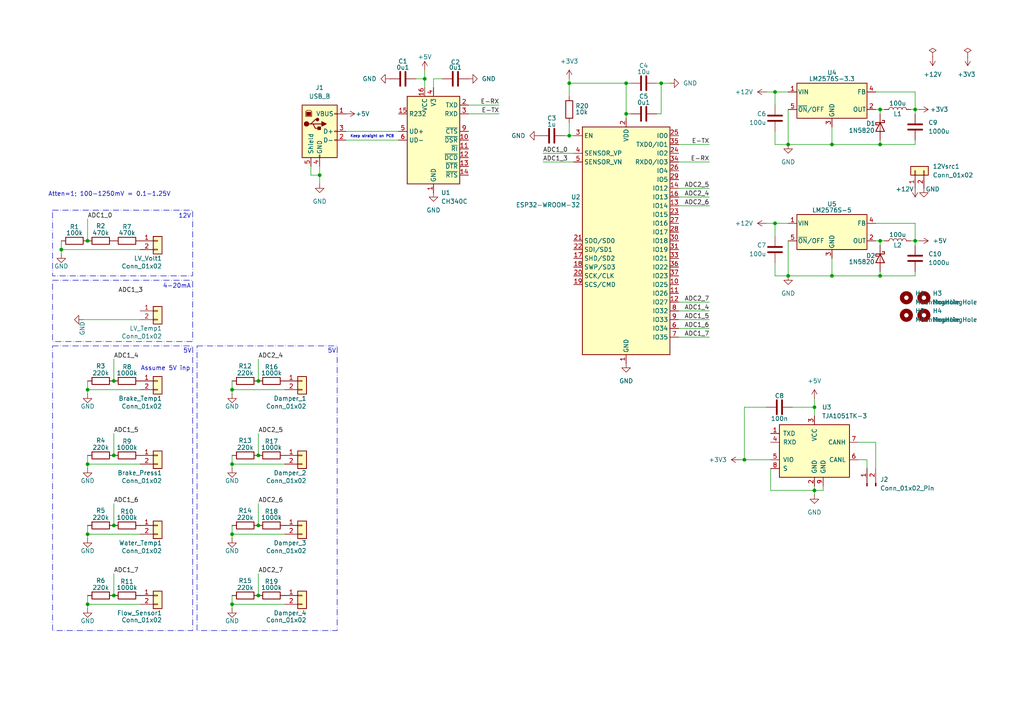
<source format=kicad_sch>
(kicad_sch (version 20231120) (generator "eeschema") (generator_version "8.0")
  (paper "A4")
  (title_block (title "FS-SensorBoard") (date "2025-02-15") (rev "1.0"))
  (lib_symbols
    (symbol "Connector:Conn_01x02_Pin" (pin_names (offset 1.016) hide)
      (property "Reference" "J" (at 0 2.54 0))
      (property "Value" "Conn_01x02_Pin" (at 0 -5.08 0))
      (symbol "Conn_01x02_Pin_1_1"
        (polyline (pts (xy 1.27 -2.54) (xy 0.8636 -2.54)) (stroke (width 0.1524)))
        (polyline (pts (xy 1.27 0) (xy 0.8636 0)) (stroke (width 0.1524)))
        (rectangle (start 0.8636 -2.413) (end 0 -2.667) (stroke (width 0.1524)) (fill (type outline)))
        (rectangle (start 0.8636 0.127) (end 0 -0.127) (stroke (width 0.1524)) (fill (type outline)))
        (pin passive line (at 5.08 0 180) (length 3.81) (name "Pin_1") (number "1"))
        (pin passive line (at 5.08 -2.54 180) (length 3.81) (name "Pin_2") (number "2"))
      )
    )
    (symbol "Connector:USB_B" (pin_names (offset 1.016))
      (property "Reference" "J" (at -5.08 11.43 0))
      (property "Value" "USB_B" (at -5.08 8.89 0))
      (symbol "USB_B_0_1"
        (rectangle (start -5.08 -7.62) (end 5.08 7.62) (stroke (width 0.254)) (fill (type background)))
        (circle (center -3.81 2.159) (radius 0.635) (stroke (width 0.254)) (fill (type outline)))
        (rectangle (start -3.81 5.588) (end -2.54 4.572) (fill (type outline)))
        (circle (center -0.635 3.429) (radius 0.381) (stroke (width 0.254)) (fill (type outline)))
        (rectangle (start -0.127 -7.62) (end 0.127 -6.858))
        (polyline (pts (xy -1.905 2.159) (xy 0.635 2.159)) (stroke (width 0.254)))
        (polyline (pts (xy -3.175 2.159) (xy -2.54 2.159) (xy -1.27 3.429) (xy -0.635 3.429)) (stroke (width 0.254)))
        (polyline (pts (xy -2.54 2.159) (xy -1.905 2.159) (xy -1.27 0.889) (xy 0 0.889)) (stroke (width 0.254)))
        (polyline (pts (xy 0.635 2.794) (xy 0.635 1.524) (xy 1.905 2.159) (xy 0.635 2.794)) (stroke (width 0.254)) (fill (type outline)))
        (polyline (pts (xy -4.064 4.318) (xy -2.286 4.318) (xy -2.286 5.715) (xy -2.667 6.096) (xy -3.683 6.096) (xy -4.064 5.715) (xy -4.064 4.318)))
        (rectangle (start 0.254 1.27) (end -0.508 0.508) (stroke (width 0.254)) (fill (type outline)))
        (rectangle (start 5.08 -2.667) (end 4.318 -2.413))
        (rectangle (start 5.08 -0.127) (end 4.318 0.127))
        (rectangle (start 5.08 4.953) (end 4.318 5.207))
      )
      (symbol "USB_B_1_1"
        (pin power_out line (at 7.62 5.08 180) (length 2.54) (name "VBUS") (number "1"))
        (pin bidirectional line (at 7.62 -2.54 180) (length 2.54) (name "D-") (number "2"))
        (pin bidirectional line (at 7.62 0 180) (length 2.54) (name "D+") (number "3"))
        (pin power_out line (at 0 -10.16 90) (length 2.54) (name "GND") (number "4"))
        (pin passive line (at -2.54 -10.16 90) (length 2.54) (name "Shield") (number "5"))
      )
    )
    (symbol "Connector_Generic:Conn_01x02" (pin_names (offset 1.016) hide)
      (property "Reference" "J" (at 0 2.54 0))
      (property "Value" "Conn_01x02" (at 0 -5.08 0))
      (symbol "Conn_01x02_1_1"
        (rectangle (start -1.27 -2.413) (end 0 -2.667) (stroke (width 0.1524)))
        (rectangle (start -1.27 0.127) (end 0 -0.127) (stroke (width 0.1524)))
        (rectangle (start -1.27 1.27) (end 1.27 -3.81) (stroke (width 0.254)) (fill (type background)))
        (pin passive line (at -5.08 0 0) (length 3.81) (name "Pin_1") (number "1"))
        (pin passive line (at -5.08 -2.54 0) (length 3.81) (name "Pin_2") (number "2"))
      )
    )
    (symbol "Device:C" (pin_numbers hide) (pin_names (offset 0.254))
      (property "Reference" "C" (at 0.635 2.54 0))
      (property "Value" "C" (at 0.635 -2.54 0))
      (symbol "C_0_1"
        (polyline (pts (xy -2.032 -0.762) (xy 2.032 -0.762)) (stroke (width 0.508)))
        (polyline (pts (xy -2.032 0.762) (xy 2.032 0.762)) (stroke (width 0.508)))
      )
      (symbol "C_1_1"
        (pin passive line (at 0 3.81 270) (length 2.794) (name "~") (number "1"))
        (pin passive line (at 0 -3.81 90) (length 2.794) (name "~") (number "2"))
      )
    )
    (symbol "Device:L" (pin_numbers hide) (pin_names (offset 1.016) hide)
      (property "Reference" "L" (at -1.27 0 90))
      (property "Value" "L" (at 1.905 0 90))
      (symbol "L_0_1"
        (arc (start 0 -2.54) (mid 0.6323 -1.905) (end 0 -1.27))
        (arc (start 0 -1.27) (mid 0.6323 -0.635) (end 0 0))
        (arc (start 0 0) (mid 0.6323 0.635) (end 0 1.27))
        (arc (start 0 1.27) (mid 0.6323 1.905) (end 0 2.54))
      )
      (symbol "L_1_1"
        (pin passive line (at 0 3.81 270) (length 1.27) (name "1") (number "1"))
        (pin passive line (at 0 -3.81 90) (length 1.27) (name "2") (number "2"))
      )
    )
    (symbol "Device:R" (pin_numbers hide) (pin_names (offset 0))
      (property "Reference" "R" (at 2.032 0 90))
      (property "Value" "R" (at 0 0 90))
      (symbol "R_0_1"
        (rectangle (start -1.016 -2.54) (end 1.016 2.54) (stroke (width 0.254)))
      )
      (symbol "R_1_1"
        (pin passive line (at 0 3.81 270) (length 1.27) (name "~") (number "1"))
        (pin passive line (at 0 -3.81 90) (length 1.27) (name "~") (number "2"))
      )
    )
    (symbol "Diode:1N5820" (pin_numbers hide) (pin_names (offset 1.016) hide)
      (property "Reference" "D" (at 0 2.54 0))
      (property "Value" "1N5820" (at 0 -2.54 0))
      (symbol "1N5820_0_1"
        (polyline (pts (xy 1.27 0) (xy -1.27 0)))
        (polyline (pts (xy 1.27 1.27) (xy 1.27 -1.27) (xy -1.27 0) (xy 1.27 1.27)) (stroke (width 0.254)))
        (polyline (pts (xy -1.905 0.635) (xy -1.905 1.27) (xy -1.27 1.27) (xy -1.27 -1.27) (xy -0.635 -1.27) (xy -0.635 -0.635)) (stroke (width 0.254)))
      )
      (symbol "1N5820_1_1"
        (pin passive line (at -3.81 0 0) (length 2.54) (name "K") (number "1"))
        (pin passive line (at 3.81 0 180) (length 2.54) (name "A") (number "2"))
      )
    )
    (symbol "Interface_CAN_LIN:TJA1051TK-3" (pin_names (offset 1.016))
      (property "Reference" "U" (at -10.16 8.89 0))
      (property "Value" "TJA1051TK-3" (at 1.27 8.89 0))
      (symbol "TJA1051TK-3_0_1"
        (rectangle (start -10.16 7.62) (end 10.16 -7.62) (stroke (width 0.254)) (fill (type background)))
      )
      (symbol "TJA1051TK-3_1_1"
        (pin input line (at -12.7 5.08 0) (length 2.54) (name "TXD") (number "1"))
        (pin power_in line (at 0 -10.16 90) (length 2.54) (name "GND") (number "2"))
        (pin power_in line (at 0 10.16 270) (length 2.54) (name "VCC") (number "3"))
        (pin output line (at -12.7 2.54 0) (length 2.54) (name "RXD") (number "4"))
        (pin power_in line (at -12.7 -2.54 0) (length 2.54) (name "VIO") (number "5"))
        (pin bidirectional line (at 12.7 -2.54 180) (length 2.54) (name "CANL") (number "6"))
        (pin bidirectional line (at 12.7 2.54 180) (length 2.54) (name "CANH") (number "7"))
        (pin input line (at -12.7 -5.08 0) (length 2.54) (name "S") (number "8"))
        (pin power_in line (at 2.54 -10.16 90) (length 2.54) (name "GND") (number "9"))
      )
    )
    (symbol "Interface_USB:CH340C"
      (property "Reference" "U" (at -5.08 13.97 0))
      (property "Value" "CH340C" (at 1.27 13.97 0))
      (symbol "CH340C_0_1"
        (rectangle (start -7.62 12.7) (end 7.62 -12.7) (stroke (width 0.254)) (fill (type background)))
      )
      (symbol "CH340C_1_1"
        (pin power_in line (at 0 -15.24 90) (length 2.54) (name "GND") (number "1"))
        (pin input line (at 10.16 0 180) (length 2.54) (name "~{DSR}") (number "10"))
        (pin input line (at 10.16 -2.54 180) (length 2.54) (name "~{RI}") (number "11"))
        (pin input line (at 10.16 -5.08 180) (length 2.54) (name "~{DCD}") (number "12"))
        (pin output line (at 10.16 -7.62 180) (length 2.54) (name "~{DTR}") (number "13"))
        (pin output line (at 10.16 -10.16 180) (length 2.54) (name "~{RTS}") (number "14"))
        (pin input line (at -10.16 7.62 0) (length 2.54) (name "R232") (number "15"))
        (pin power_in line (at -2.54 15.24 270) (length 2.54) (name "VCC") (number "16"))
        (pin output line (at 10.16 10.16 180) (length 2.54) (name "TXD") (number "2"))
        (pin input line (at 10.16 7.62 180) (length 2.54) (name "RXD") (number "3"))
        (pin power_out line (at 0 15.24 270) (length 2.54) (name "V3") (number "4"))
        (pin bidirectional line (at -10.16 2.54 0) (length 2.54) (name "UD+") (number "5"))
        (pin bidirectional line (at -10.16 0 0) (length 2.54) (name "UD-") (number "6"))
        (pin no_connect line (at -7.62 -5.08 0) (length 2.54) hide (name "NC") (number "7"))
        (pin no_connect line (at -7.62 -7.62 0) (length 2.54) hide (name "NC") (number "8"))
        (pin input line (at 10.16 2.54 180) (length 2.54) (name "~{CTS}") (number "9"))
      )
    )
    (symbol "Mechanical:MountingHole" (pin_names (offset 1.016)) (exclude_from_sim yes) (in_bom no)
      (property "Reference" "H" (at 0 5.08 0))
      (property "Value" "MountingHole" (at 0 3.175 0))
      (symbol "MountingHole_0_1"
        (circle (center 0 0) (radius 1.27) (stroke (width 1.27)))
      )
    )
    (symbol "RF_Module:ESP32-WROOM-32"
      (property "Reference" "U" (at -12.7 34.29 0))
      (property "Value" "ESP32-WROOM-32" (at 1.27 34.29 0))
      (symbol "ESP32-WROOM-32_0_1"
        (rectangle (start -12.7 33.02) (end 12.7 -33.02) (stroke (width 0.254)) (fill (type background)))
      )
      (symbol "ESP32-WROOM-32_1_1"
        (pin power_in line (at 0 -35.56 90) (length 2.54) (name "GND") (number "1"))
        (pin bidirectional line (at 15.24 -12.7 180) (length 2.54) (name "IO25") (number "10"))
        (pin bidirectional line (at 15.24 -15.24 180) (length 2.54) (name "IO26") (number "11"))
        (pin bidirectional line (at 15.24 -17.78 180) (length 2.54) (name "IO27") (number "12"))
        (pin bidirectional line (at 15.24 10.16 180) (length 2.54) (name "IO14") (number "13"))
        (pin bidirectional line (at 15.24 15.24 180) (length 2.54) (name "IO12") (number "14"))
        (pin passive line (at 0 -35.56 90) (length 2.54) hide (name "GND") (number "15"))
        (pin bidirectional line (at 15.24 12.7 180) (length 2.54) (name "IO13") (number "16"))
        (pin bidirectional line (at -15.24 -5.08 0) (length 2.54) (name "SHD/SD2") (number "17"))
        (pin bidirectional line (at -15.24 -7.62 0) (length 2.54) (name "SWP/SD3") (number "18"))
        (pin bidirectional line (at -15.24 -12.7 0) (length 2.54) (name "SCS/CMD") (number "19"))
        (pin power_in line (at 0 35.56 270) (length 2.54) (name "VDD") (number "2"))
        (pin bidirectional line (at -15.24 -10.16 0) (length 2.54) (name "SCK/CLK") (number "20"))
        (pin bidirectional line (at -15.24 0 0) (length 2.54) (name "SDO/SD0") (number "21"))
        (pin bidirectional line (at -15.24 -2.54 0) (length 2.54) (name "SDI/SD1") (number "22"))
        (pin bidirectional line (at 15.24 7.62 180) (length 2.54) (name "IO15") (number "23"))
        (pin bidirectional line (at 15.24 25.4 180) (length 2.54) (name "IO2") (number "24"))
        (pin bidirectional line (at 15.24 30.48 180) (length 2.54) (name "IO0") (number "25"))
        (pin bidirectional line (at 15.24 20.32 180) (length 2.54) (name "IO4") (number "26"))
        (pin bidirectional line (at 15.24 5.08 180) (length 2.54) (name "IO16") (number "27"))
        (pin bidirectional line (at 15.24 2.54 180) (length 2.54) (name "IO17") (number "28"))
        (pin bidirectional line (at 15.24 17.78 180) (length 2.54) (name "IO5") (number "29"))
        (pin input line (at -15.24 30.48 0) (length 2.54) (name "EN") (number "3"))
        (pin bidirectional line (at 15.24 0 180) (length 2.54) (name "IO18") (number "30"))
        (pin bidirectional line (at 15.24 -2.54 180) (length 2.54) (name "IO19") (number "31"))
        (pin no_connect line (at -12.7 -27.94 0) (length 2.54) hide (name "NC") (number "32"))
        (pin bidirectional line (at 15.24 -5.08 180) (length 2.54) (name "IO21") (number "33"))
        (pin bidirectional line (at 15.24 22.86 180) (length 2.54) (name "RXD0/IO3") (number "34"))
        (pin bidirectional line (at 15.24 27.94 180) (length 2.54) (name "TXD0/IO1") (number "35"))
        (pin bidirectional line (at 15.24 -7.62 180) (length 2.54) (name "IO22") (number "36"))
        (pin bidirectional line (at 15.24 -10.16 180) (length 2.54) (name "IO23") (number "37"))
        (pin passive line (at 0 -35.56 90) (length 2.54) hide (name "GND") (number "38"))
        (pin passive line (at 0 -35.56 90) (length 2.54) hide (name "GND") (number "39"))
        (pin input line (at -15.24 25.4 0) (length 2.54) (name "SENSOR_VP") (number "4"))
        (pin input line (at -15.24 22.86 0) (length 2.54) (name "SENSOR_VN") (number "5"))
        (pin input line (at 15.24 -25.4 180) (length 2.54) (name "IO34") (number "6"))
        (pin input line (at 15.24 -27.94 180) (length 2.54) (name "IO35") (number "7"))
        (pin bidirectional line (at 15.24 -20.32 180) (length 2.54) (name "IO32") (number "8"))
        (pin bidirectional line (at 15.24 -22.86 180) (length 2.54) (name "IO33") (number "9"))
      )
    )
    (symbol "Regulator_Switching:LM2576S-3.3" (pin_names (offset 0.254))
      (property "Reference" "U" (at -10.16 6.35 0))
      (property "Value" "LM2576S-3.3" (at 0 6.35 0))
      (symbol "LM2576S-3.3_0_1"
        (rectangle (start -10.16 5.08) (end 10.16 -5.08) (stroke (width 0.254)) (fill (type background)))
      )
      (symbol "LM2576S-3.3_1_1"
        (pin power_in line (at -12.7 2.54 0) (length 2.54) (name "VIN") (number "1"))
        (pin output line (at 12.7 -2.54 180) (length 2.54) (name "OUT") (number "2"))
        (pin power_in line (at 0 -7.62 90) (length 2.54) (name "GND") (number "3"))
        (pin input line (at 12.7 2.54 180) (length 2.54) (name "FB") (number "4"))
        (pin input line (at -12.7 -2.54 0) (length 2.54) (name "~{ON}/OFF") (number "5"))
      )
    )
    (symbol "Regulator_Switching:LM2576S-5" (pin_names (offset 0.254))
      (property "Reference" "U" (at -10.16 6.35 0))
      (property "Value" "LM2576S-5" (at 0 6.35 0))
      (symbol "LM2576S-5_0_1"
        (rectangle (start -10.16 5.08) (end 10.16 -5.08) (stroke (width 0.254)) (fill (type background)))
      )
      (symbol "LM2576S-5_1_1"
        (pin power_in line (at -12.7 2.54 0) (length 2.54) (name "VIN") (number "1"))
        (pin output line (at 12.7 -2.54 180) (length 2.54) (name "OUT") (number "2"))
        (pin power_in line (at 0 -7.62 90) (length 2.54) (name "GND") (number "3"))
        (pin input line (at 12.7 2.54 180) (length 2.54) (name "FB") (number "4"))
        (pin input line (at -12.7 -2.54 0) (length 2.54) (name "~{ON}/OFF") (number "5"))
      )
    )
    (symbol "power:+12V" (power) (pin_numbers hide) (pin_names (offset 0) hide)
      (property "Value" "+12V" (at 0 3.556 0))
      (symbol "+12V_0_1"
        (polyline (pts (xy -0.762 1.27) (xy 0 2.54)))
        (polyline (pts (xy 0 0) (xy 0 2.54)))
        (polyline (pts (xy 0 2.54) (xy 0.762 1.27)))
      )
      (symbol "+12V_1_1"
        (pin power_in line (at 0 0 90) (length 0) (name "~") (number "1"))
      )
    )
    (symbol "power:+3V3" (power) (pin_numbers hide) (pin_names (offset 0) hide)
      (property "Value" "+3V3" (at 0 3.556 0))
      (symbol "+3V3_0_1"
        (polyline (pts (xy -0.762 1.27) (xy 0 2.54)))
        (polyline (pts (xy 0 0) (xy 0 2.54)))
        (polyline (pts (xy 0 2.54) (xy 0.762 1.27)))
      )
      (symbol "+3V3_1_1"
        (pin power_in line (at 0 0 90) (length 0) (name "~") (number "1"))
      )
    )
    (symbol "power:+5V" (power) (pin_numbers hide) (pin_names (offset 0) hide)
      (property "Value" "+5V" (at 0 3.556 0))
      (symbol "+5V_0_1"
        (polyline (pts (xy -0.762 1.27) (xy 0 2.54)))
        (polyline (pts (xy 0 0) (xy 0 2.54)))
        (polyline (pts (xy 0 2.54) (xy 0.762 1.27)))
      )
      (symbol "+5V_1_1"
        (pin power_in line (at 0 0 90) (length 0) (name "~") (number "1"))
      )
    )
    (symbol "power:GND" (power) (pin_numbers hide) (pin_names (offset 0) hide)
      (property "Value" "GND" (at 0 -3.81 0))
      (symbol "GND_0_1"
        (polyline (pts (xy 0 0) (xy 0 -1.27) (xy 1.27 -1.27) (xy 0 -2.54) (xy -1.27 -1.27) (xy 0 -1.27)))
      )
      (symbol "GND_1_1"
        (pin power_in line (at 0 0 270) (length 0) (name "~") (number "1"))
      )
    )
    (symbol "power:PWR_FLAG" (power) (pin_numbers hide) (pin_names (offset 0) hide)
      (property "Value" "PWR_FLAG" (at 0 3.81 0))
      (symbol "PWR_FLAG_0_0"
        (pin power_out line (at 0 0 90) (length 0) (name "~") (number "1"))
      )
      (symbol "PWR_FLAG_0_1"
        (polyline (pts (xy 0 0) (xy 0 1.27) (xy -1.016 1.905) (xy 0 2.54) (xy 1.016 1.905) (xy 0 1.27)))
      )
    )
  )
  (junction (at 241.3 80.01))
  (junction (at 181.61 33.02))
  (junction (at 191.77 24.13))
  (junction (at 33.02 152.4))
  (junction (at 215.9 133.35))
  (junction (at 255.27 69.85))
  (junction (at 67.31 175.26))
  (junction (at 25.4 175.26))
  (junction (at 165.1 24.13))
  (junction (at 74.93 132.08))
  (junction (at 25.4 113.03))
  (junction (at 224.79 26.67))
  (junction (at 241.3 41.91))
  (junction (at 33.02 172.72))
  (junction (at 181.61 24.13))
  (junction (at 74.93 110.49))
  (junction (at 265.43 69.85))
  (junction (at 236.22 118.11))
  (junction (at 255.27 41.91))
  (junction (at 25.4 154.94))
  (junction (at 74.93 172.72))
  (junction (at 255.27 31.75))
  (junction (at 228.6 41.91))
  (junction (at 25.4 69.85))
  (junction (at 33.02 132.08))
  (junction (at 33.02 110.49))
  (junction (at 165.1 39.37))
  (junction (at 67.31 134.62))
  (junction (at 123.19 22.86))
  (junction (at 67.31 113.03))
  (junction (at 67.31 154.94))
  (junction (at 17.78 72.39))
  (junction (at 236.22 142.24))
  (junction (at 224.79 64.77))
  (junction (at 25.4 134.62))
  (junction (at 265.43 31.75))
  (junction (at 74.93 152.4))
  (junction (at 228.6 80.01))
  (junction (at 92.71 50.8))
  (junction (at 255.27 80.01))
  (wire (pts (xy 67.31 176.53) (xy 67.31 175.26)))
  (wire (pts (xy 196.85 41.91) (xy 205.74 41.91)))
  (wire (pts (xy 67.31 132.08) (xy 67.31 134.62)))
  (wire (pts (xy 205.74 57.15) (xy 196.85 57.15)))
  (wire (pts (xy 182.88 33.02) (xy 181.61 33.02)))
  (wire (pts (xy 25.4 176.53) (xy 25.4 175.26)))
  (wire (pts (xy 205.74 54.61) (xy 196.85 54.61)))
  (wire (pts (xy 241.3 80.01) (xy 255.27 80.01)))
  (wire (pts (xy 224.79 64.77) (xy 228.6 64.77)))
  (wire (pts (xy 256.54 31.75) (xy 255.27 31.75)))
  (wire (pts (xy 67.31 156.21) (xy 67.31 154.94)))
  (wire (pts (xy 74.93 146.05) (xy 74.93 152.4)))
  (wire (pts (xy 67.31 135.89) (xy 67.31 134.62)))
  (wire (pts (xy 123.19 22.86) (xy 123.19 25.4)))
  (wire (pts (xy 191.77 24.13) (xy 191.77 33.02)))
  (wire (pts (xy 224.79 76.2) (xy 224.79 80.01)))
  (wire (pts (xy 67.31 175.26) (xy 82.55 175.26)))
  (wire (pts (xy 74.93 166.37) (xy 74.93 172.72)))
  (wire (pts (xy 33.02 104.14) (xy 33.02 110.49)))
  (wire (pts (xy 255.27 33.02) (xy 255.27 31.75)))
  (wire (pts (xy 33.02 146.05) (xy 33.02 152.4)))
  (wire (pts (xy 25.4 110.49) (xy 25.4 113.03)))
  (wire (pts (xy 25.4 113.03) (xy 40.64 113.03)))
  (wire (pts (xy 255.27 41.91) (xy 255.27 40.64)))
  (wire (pts (xy 67.31 152.4) (xy 67.31 154.94)))
  (wire (pts (xy 205.74 95.25) (xy 196.85 95.25)))
  (wire (pts (xy 254 135.89) (xy 254 128.27)))
  (wire (pts (xy 265.43 33.02) (xy 265.43 31.75)))
  (wire (pts (xy 255.27 31.75) (xy 254 31.75)))
  (wire (pts (xy 194.31 24.13) (xy 191.77 24.13)))
  (wire (pts (xy 264.16 69.85) (xy 265.43 69.85)))
  (wire (pts (xy 238.76 142.24) (xy 238.76 140.97)))
  (wire (pts (xy 205.74 59.69) (xy 196.85 59.69)))
  (wire (pts (xy 90.17 50.8) (xy 90.17 48.26)))
  (wire (pts (xy 67.31 154.94) (xy 82.55 154.94)))
  (wire (pts (xy 254 26.67) (xy 265.43 26.67)))
  (wire (pts (xy 236.22 142.24) (xy 236.22 140.97)))
  (wire (pts (xy 222.25 26.67) (xy 224.79 26.67)))
  (wire (pts (xy 241.3 36.83) (xy 241.3 41.91)))
  (wire (pts (xy 265.43 40.64) (xy 265.43 41.91)))
  (wire (pts (xy 33.02 125.73) (xy 33.02 132.08)))
  (wire (pts (xy 255.27 80.01) (xy 265.43 80.01)))
  (wire (pts (xy 67.31 113.03) (xy 67.31 114.3)))
  (wire (pts (xy 182.88 24.13) (xy 181.61 24.13)))
  (wire (pts (xy 228.6 69.85) (xy 228.6 80.01)))
  (wire (pts (xy 135.89 33.02) (xy 144.78 33.02)))
  (wire (pts (xy 191.77 33.02) (xy 190.5 33.02)))
  (wire (pts (xy 265.43 78.74) (xy 265.43 80.01)))
  (wire (pts (xy 17.78 69.85) (xy 17.78 72.39)))
  (wire (pts (xy 255.27 71.12) (xy 255.27 69.85)))
  (wire (pts (xy 157.48 44.45) (xy 166.37 44.45)))
  (wire (pts (xy 205.74 97.79) (xy 196.85 97.79)))
  (wire (pts (xy 265.43 64.77) (xy 265.43 69.85)))
  (wire (pts (xy 25.4 132.08) (xy 25.4 134.62)))
  (wire (pts (xy 248.92 128.27) (xy 254 128.27)))
  (wire (pts (xy 100.33 38.1) (xy 115.57 38.1)))
  (wire (pts (xy 74.93 125.73) (xy 74.93 132.08)))
  (wire (pts (xy 181.61 24.13) (xy 181.61 33.02)))
  (wire (pts (xy 228.6 31.75) (xy 228.6 41.91)))
  (wire (pts (xy 157.48 46.99) (xy 166.37 46.99)))
  (wire (pts (xy 165.1 27.94) (xy 165.1 24.13)))
  (wire (pts (xy 236.22 118.11) (xy 236.22 120.65)))
  (wire (pts (xy 224.79 26.67) (xy 228.6 26.67)))
  (wire (pts (xy 223.52 135.89) (xy 223.52 142.24)))
  (wire (pts (xy 100.33 40.64) (xy 115.57 40.64)))
  (wire (pts (xy 74.93 104.14) (xy 74.93 110.49)))
  (wire (pts (xy 165.1 35.56) (xy 165.1 39.37)))
  (wire (pts (xy 92.71 50.8) (xy 92.71 48.26)))
  (wire (pts (xy 135.89 30.48) (xy 144.78 30.48)))
  (wire (pts (xy 215.9 133.35) (xy 215.9 118.11)))
  (wire (pts (xy 25.4 113.03) (xy 25.4 114.3)))
  (wire (pts (xy 33.02 166.37) (xy 33.02 172.72)))
  (wire (pts (xy 251.46 135.89) (xy 251.46 133.35)))
  (wire (pts (xy 67.31 110.49) (xy 67.31 113.03)))
  (wire (pts (xy 17.78 72.39) (xy 40.64 72.39)))
  (wire (pts (xy 215.9 133.35) (xy 223.52 133.35)))
  (wire (pts (xy 17.78 73.66) (xy 17.78 72.39)))
  (wire (pts (xy 125.73 22.86) (xy 125.73 25.4)))
  (wire (pts (xy 25.4 156.21) (xy 25.4 154.94)))
  (wire (pts (xy 229.87 118.11) (xy 236.22 118.11)))
  (wire (pts (xy 236.22 142.24) (xy 238.76 142.24)))
  (wire (pts (xy 255.27 69.85) (xy 254 69.85)))
  (wire (pts (xy 236.22 143.51) (xy 236.22 142.24)))
  (wire (pts (xy 214.63 133.35) (xy 215.9 133.35)))
  (wire (pts (xy 224.79 41.91) (xy 228.6 41.91)))
  (wire (pts (xy 125.73 22.86) (xy 128.27 22.86)))
  (wire (pts (xy 90.17 50.8) (xy 92.71 50.8)))
  (wire (pts (xy 25.4 172.72) (xy 25.4 175.26)))
  (wire (pts (xy 120.65 22.86) (xy 123.19 22.86)))
  (wire (pts (xy 228.6 80.01) (xy 241.3 80.01)))
  (wire (pts (xy 196.85 46.99) (xy 205.74 46.99)))
  (wire (pts (xy 25.4 135.89) (xy 25.4 134.62)))
  (wire (pts (xy 25.4 134.62) (xy 40.64 134.62)))
  (wire (pts (xy 224.79 68.58) (xy 224.79 64.77)))
  (wire (pts (xy 266.7 69.85) (xy 265.43 69.85)))
  (wire (pts (xy 163.83 39.37) (xy 165.1 39.37)))
  (wire (pts (xy 266.7 31.75) (xy 265.43 31.75)))
  (wire (pts (xy 255.27 80.01) (xy 255.27 78.74)))
  (wire (pts (xy 224.79 80.01) (xy 228.6 80.01)))
  (wire (pts (xy 165.1 24.13) (xy 165.1 22.86)))
  (wire (pts (xy 265.43 26.67) (xy 265.43 31.75)))
  (wire (pts (xy 165.1 24.13) (xy 181.61 24.13)))
  (wire (pts (xy 254 64.77) (xy 265.43 64.77)))
  (wire (pts (xy 67.31 113.03) (xy 82.55 113.03)))
  (wire (pts (xy 205.74 92.71) (xy 196.85 92.71)))
  (wire (pts (xy 165.1 39.37) (xy 166.37 39.37)))
  (wire (pts (xy 24.13 92.71) (xy 40.64 92.71)))
  (wire (pts (xy 264.16 31.75) (xy 265.43 31.75)))
  (wire (pts (xy 67.31 172.72) (xy 67.31 175.26)))
  (wire (pts (xy 256.54 69.85) (xy 255.27 69.85)))
  (wire (pts (xy 223.52 142.24) (xy 236.22 142.24)))
  (wire (pts (xy 224.79 38.1) (xy 224.79 41.91)))
  (wire (pts (xy 255.27 41.91) (xy 265.43 41.91)))
  (wire (pts (xy 251.46 133.35) (xy 248.92 133.35)))
  (wire (pts (xy 191.77 24.13) (xy 190.5 24.13)))
  (wire (pts (xy 25.4 63.5) (xy 25.4 69.85)))
  (wire (pts (xy 205.74 87.63) (xy 196.85 87.63)))
  (wire (pts (xy 67.31 134.62) (xy 82.55 134.62)))
  (wire (pts (xy 265.43 71.12) (xy 265.43 69.85)))
  (wire (pts (xy 25.4 154.94) (xy 40.64 154.94)))
  (wire (pts (xy 222.25 64.77) (xy 224.79 64.77)))
  (wire (pts (xy 181.61 33.02) (xy 181.61 34.29)))
  (wire (pts (xy 241.3 74.93) (xy 241.3 80.01)))
  (wire (pts (xy 228.6 41.91) (xy 241.3 41.91)))
  (wire (pts (xy 241.3 41.91) (xy 255.27 41.91)))
  (wire (pts (xy 25.4 175.26) (xy 40.64 175.26)))
  (wire (pts (xy 215.9 118.11) (xy 222.25 118.11)))
  (wire (pts (xy 92.71 53.34) (xy 92.71 50.8)))
  (wire (pts (xy 123.19 20.32) (xy 123.19 22.86)))
  (wire (pts (xy 25.4 152.4) (xy 25.4 154.94)))
  (wire (pts (xy 236.22 115.57) (xy 236.22 118.11)))
  (wire (pts (xy 196.85 90.17) (xy 205.74 90.17)))
  (wire (pts (xy 224.79 30.48) (xy 224.79 26.67)))
  (rectangle (start 15.24 100.33) (end 55.88 182.88) (stroke (width 0) (type dash_dot)))
  (rectangle (start 15.24 60.96) (end 55.88 80.01) (stroke (width 0) (type dash_dot)))
  (rectangle (start 15.24 81.28) (end 55.88 99.06) (stroke (width 0) (type dash_dot)))
  (rectangle (start 57.15 100.33) (end 97.79 182.88) (stroke (width 0) (type dash_dot)))
  (text "4-20mA" (at 51.308 83.058 0) (effects (font (size 1.27 1.27))))
  (text "Keep straight on PCB\n" (at 107.95 39.624 0) (effects (font (size 0.762 0.762))))
  (text "Assume 5V inp" (at 48.006 106.934 0) (effects (font (size 1.27 1.27))))
  (text "12V" (at 53.594 62.738 0) (effects (font (size 1.27 1.27))))
  (text "5V" (at 54.356 101.854 0) (effects (font (size 1.27 1.27))))
  (text "5V" (at 96.266 101.854 0) (effects (font (size 1.27 1.27))))
  (text "Atten=1; 100-1250mV = 0.1-1.25V" (at 31.75 56.388 0) (effects (font (size 1.27 1.27))))
  (label "ADC1_6" (at 205.74 95.25 180))
  (label "E-TX" (at 205.74 41.91 180))
  (label "E-RX" (at 144.78 30.48 180))
  (label "ADC2_7" (at 74.93 166.37 0))
  (label "ADC1_4" (at 205.74 90.17 180))
  (label "ADC2_4" (at 205.74 57.15 180))
  (label "ADC1_7" (at 205.74 97.79 180))
  (label "ADC1_4" (at 33.02 104.14 0))
  (label "ADC2_6" (at 205.74 59.69 180))
  (label "ADC2_5" (at 74.93 125.73 0))
  (label "ADC1_5" (at 33.02 125.73 0))
  (label "E-RX" (at 205.74 46.99 180))
  (label "E-TX" (at 144.78 33.02 180))
  (label "ADC1_7" (at 33.02 166.37 0))
  (label "ADC2_7" (at 205.74 87.63 180))
  (label "ADC1_3" (at 157.48 46.99 0))
  (label "ADC1_0" (at 25.4 63.5 0))
  (label "ADC2_4" (at 74.93 104.14 0))
  (label "ADC2_6" (at 74.93 146.05 0))
  (label "ADC1_5" (at 205.74 92.71 180))
  (label "ADC1_3" (at 34.29 85.09 0))
  (label "ADC1_0" (at 157.48 44.45 0))
  (label "ADC2_5" (at 205.74 54.61 180))
  (label "ADC1_6" (at 33.02 146.05 0))
  (symbol (lib_id "power:PWR_FLAG") (at 280.67 16.51 0) (unit 1)
    (property "Reference" "#FLG03" (effects (hide yes)))
    (property "Value" "PWR_FLAG" (effects (hide yes)))
    (property "Description" "Special symbol for telling ERC where power comes from" (effects (hide yes)))
  )
  (symbol (lib_id "Regulator_Switching:LM2576S-5") (at 241.3 67.31 0) (unit 1)
    (property "Reference" "U5" (at 241.3 59.182 0))
    (property "Value" "LM2576S-5" (at 241.3 60.96 0))
    (property "Footprint" "Package_TO_SOT_SMD:TO-263-5_TabPin3" (effects (hide yes)))
    (property "Datasheet" "http://www.ti.com/lit/ds/symlink/lm2576.pdf" (effects (hide yes)))
    (property "Description" "5V, 3A SIMPLE SWITCHER® Step-Down Voltage Regulator, TO-263" (effects (hide yes)))
  )
  (symbol (lib_id "power:GND") (at 194.31 24.13 90) (unit 1)
    (property "Reference" "#PWR020" (effects (hide yes)))
    (property "Value" "GND" (at 198.12 24.1299 90) (effects (justify right)))
    (property "Description" "Power symbol creates a global label with name \"GND\" , ground" (effects (hide yes)))
  )
  (symbol (lib_id "Connector_Generic:Conn_01x02") (at 45.72 172.72 0) (unit 1)
    (property "Reference" "Flow_Sensor1" (at 46.9901 177.8 0) (effects (justify right)))
    (property "Value" "Conn_01x02" (at 46.99 179.832 0) (effects (justify right)))
    (property "Description" "Generic connector, single row, 01x02, script generated (kicad-library-utils/schlib/autogen/connector/)" (effects (hide yes)))
  )
  (symbol (lib_id "Device:C") (at 160.02 39.37 90) (unit 1)
    (property "Reference" "C3" (at 160.02 34.29 90))
    (property "Value" "1u" (at 160.02 36.068 90))
    (property "Description" "Unpolarized capacitor" (effects (hide yes)))
  )
  (symbol (lib_id "Diode:1N5820") (at 255.27 74.93 270) (unit 1)
    (property "Reference" "D2" (at 251.206 74.168 90) (effects (justify left)))
    (property "Value" "1N5820" (at 246.126 75.946 90) (effects (justify left)))
    (property "Footprint" "Diode_THT:D_DO-201AD_P15.24mm_Horizontal" (effects (hide yes)))
    (property "Datasheet" "http://www.vishay.com/docs/88526/1n5820.pdf" (effects (hide yes)))
    (property "Description" "20V 3A Schottky Barrier Rectifier Diode, DO-201AD" (effects (hide yes)))
  )
  (symbol (lib_id "RF_Module:ESP32-WROOM-32") (at 181.61 69.85 0) (unit 1)
    (property "Reference" "U2" (at 165.608 57.15 0) (effects (justify left)))
    (property "Value" "ESP32-WROOM-32" (at 149.606 59.436 0) (effects (justify left)))
    (property "Footprint" "RF_Module:ESP32-WROOM-32" (effects (hide yes)))
    (property "Datasheet" "https://www.espressif.com/sites/default/files/documentation/esp32-wroom-32_datasheet_en.pdf" (effects (hide yes)))
    (property "Description" "RF Module, ESP32-D0WDQ6 SoC, Wi-Fi 802.11b/g/n, Bluetooth, BLE, 32-bit, 2.7-3.6V, onboard antenna, SMD" (effects (hide yes)))
  )
  (symbol (lib_id "Connector_Generic:Conn_01x02") (at 45.72 69.85 0) (unit 1)
    (property "Reference" "LV_Volt1" (at 46.9901 74.93 0) (effects (justify right)))
    (property "Value" "Conn_01x02" (at 46.99 77.216 0) (effects (justify right)))
    (property "Description" "Generic connector, single row, 01x02, script generated (kicad-library-utils/schlib/autogen/connector/)" (effects (hide yes)))
  )
  (symbol (lib_id "Device:L") (at 260.35 69.85 90) (unit 1)
    (property "Reference" "L2" (at 260.35 71.12 90))
    (property "Value" "100u" (at 260.35 68.072 90))
    (property "Description" "Inductor" (effects (hide yes)))
  )
  (symbol (lib_id "Connector_Generic:Conn_01x02") (at 45.72 132.08 0) (unit 1)
    (property "Reference" "Brake_Press1" (at 46.9901 137.16 0) (effects (justify right)))
    (property "Value" "Conn_01x02" (at 46.99 139.446 0) (effects (justify right)))
    (property "Description" "Generic connector, single row, 01x02, script generated (kicad-library-utils/schlib/autogen/connector/)" (effects (hide yes)))
  )
  (symbol (lib_id "power:PWR_FLAG") (at 270.51 16.51 0) (unit 1)
    (property "Reference" "#FLG01" (effects (hide yes)))
    (property "Value" "PWR_FLAG" (effects (hide yes)))
    (property "Description" "Special symbol for telling ERC where power comes from" (effects (hide yes)))
  )
  (symbol (lib_id "power:GND") (at 181.61 105.41 0) (unit 1)
    (property "Reference" "#PWR019" (effects (hide yes)))
    (property "Value" "GND" (at 181.61 110.49 0))
    (property "Description" "Power symbol creates a global label with name \"GND\" , ground" (effects (hide yes)))
  )
  (symbol (lib_id "power:+12V") (at 222.25 26.67 90) (unit 1)
    (property "Reference" "#PWR022" (effects (hide yes)))
    (property "Value" "+12V" (at 218.44 26.6699 90) (effects (justify left)))
    (property "Description" "Power symbol creates a global label with name \"+12V\"" (effects (hide yes)))
  )
  (symbol (lib_id "Connector_Generic:Conn_01x02") (at 45.72 90.17 0) (unit 1)
    (property "Reference" "LV_Temp1" (at 46.9901 95.25 0) (effects (justify right)))
    (property "Value" "Conn_01x02" (at 46.99 97.536 0) (effects (justify right)))
    (property "Description" "Generic connector, single row, 01x02, script generated (kicad-library-utils/schlib/autogen/connector/)" (effects (hide yes)))
  )
  (symbol (lib_id "power:+12V") (at 222.25 64.77 90) (unit 1)
    (property "Reference" "#PWR023" (effects (hide yes)))
    (property "Value" "+12V" (at 218.44 64.7699 90) (effects (justify left)))
    (property "Description" "Power symbol creates a global label with name \"+12V\"" (effects (hide yes)))
  )
  (symbol (lib_id "power:GND") (at 25.4 135.89 0) (unit 1)
    (property "Reference" "#PWR04" (effects (hide yes)))
    (property "Value" "GND" (at 25.4 139.446 0))
    (property "Description" "Power symbol creates a global label with name \"GND\" , ground" (effects (hide yes)))
  )
  (symbol (lib_id "Device:C") (at 186.69 24.13 90) (unit 1)
    (property "Reference" "C4" (at 186.69 19.05 90))
    (property "Value" "10u" (at 186.69 20.828 90))
    (property "Description" "Unpolarized capacitor" (effects (hide yes)))
  )
  (symbol (lib_id "power:GND") (at 25.4 156.21 0) (unit 1)
    (property "Reference" "#PWR05" (effects (hide yes)))
    (property "Value" "GND" (at 25.4 159.766 0))
    (property "Description" "Power symbol creates a global label with name \"GND\" , ground" (effects (hide yes)))
  )
  (symbol (lib_id "power:GND") (at 228.6 41.91 0) (unit 1)
    (property "Reference" "#PWR024" (effects (hide yes)))
    (property "Value" "GND" (at 228.6 46.99 0))
    (property "Description" "Power symbol creates a global label with name \"GND\" , ground" (effects (hide yes)))
  )
  (symbol (lib_id "Device:R") (at 36.83 152.4 270) (unit 1)
    (property "Reference" "R10" (at 36.83 148.336 90))
    (property "Value" "1000k" (at 36.83 150.114 90))
    (property "Description" "Resistor" (effects (hide yes)))
  )
  (symbol (lib_id "power:+3V3") (at 280.67 16.51 180) (unit 1)
    (property "Reference" "#PWR034" (effects (hide yes)))
    (property "Value" "+3V3" (at 282.956 21.59 0) (effects (justify left)))
    (property "Description" "Power symbol creates a global label with name \"+3V3\"" (effects (hide yes)))
  )
  (symbol (lib_id "Device:R") (at 71.12 132.08 270) (unit 1)
    (property "Reference" "R13" (at 71.12 127.762 90))
    (property "Value" "220k" (at 71.12 129.794 90))
    (property "Description" "Resistor" (effects (hide yes)))
  )
  (symbol (lib_id "Interface_USB:CH340C") (at 125.73 40.64 0) (unit 1)
    (property "Reference" "U1" (at 127.9241 55.88 0) (effects (justify left)))
    (property "Value" "CH340C" (at 127.9241 58.42 0) (effects (justify left)))
    (property "Footprint" "Package_SO:SOIC-16_3.9x9.9mm_P1.27mm" (effects (hide yes)))
    (property "Datasheet" "https://datasheet.lcsc.com/szlcsc/Jiangsu-Qin-Heng-CH340C_C84681.pdf" (effects (hide yes)))
    (property "Description" "USB serial converter, crystal-less, UART, SOIC-16" (effects (hide yes)))
  )
  (symbol (lib_id "Device:R") (at 71.12 152.4 270) (unit 1)
    (property "Reference" "R14" (at 71.12 148.082 90))
    (property "Value" "220k" (at 71.12 150.114 90))
    (property "Description" "Resistor" (effects (hide yes)))
  )
  (symbol (lib_id "Device:R") (at 71.12 110.49 270) (unit 1)
    (property "Reference" "R12" (at 71.12 106.172 90))
    (property "Value" "220k" (at 71.12 108.204 90))
    (property "Description" "Resistor" (effects (hide yes)))
  )
  (symbol (lib_id "Regulator_Switching:LM2576S-3.3") (at 241.3 29.21 0) (unit 1)
    (property "Reference" "U4" (at 241.3 21.082 0))
    (property "Value" "LM2576S-3.3" (at 241.3 22.86 0))
    (property "Footprint" "Package_TO_SOT_SMD:TO-263-5_TabPin3" (effects (hide yes)))
    (property "Datasheet" "http://www.ti.com/lit/ds/symlink/lm2576.pdf" (effects (hide yes)))
    (property "Description" "3.3V, 3A SIMPLE SWITCHER® Step-Down Voltage Regulator, TO-263" (effects (hide yes)))
  )
  (symbol (lib_id "Device:R") (at 165.1 31.75 0) (unit 1)
    (property "Reference" "R20" (at 166.878 30.734 0) (effects (justify left)))
    (property "Value" "10k" (at 166.878 32.512 0) (effects (justify left)))
    (property "Description" "Resistor" (effects (hide yes)))
  )
  (symbol (lib_id "Device:R") (at 36.83 172.72 270) (unit 1)
    (property "Reference" "R11" (at 36.83 168.656 90))
    (property "Value" "1000k" (at 36.83 170.434 90))
    (property "Description" "Resistor" (effects (hide yes)))
  )
  (symbol (lib_id "power:+3V3") (at 165.1 22.86 0) (unit 1)
    (property "Reference" "#PWR018" (effects (hide yes)))
    (property "Value" "+3V3" (at 165.1 17.78 0))
    (property "Description" "Power symbol creates a global label with name \"+3V3\"" (effects (hide yes)))
  )
  (symbol (lib_id "Device:C") (at 224.79 34.29 0) (mirror y) (unit 1)
    (property "Reference" "C6" (at 222.25 33.02 0) (effects (justify left)))
    (property "Value" "100u" (at 222.25 35.56 0) (effects (justify left)))
    (property "Description" "Unpolarized capacitor" (effects (hide yes)))
  )
  (symbol (lib_id "Connector_Generic:Conn_01x02") (at 87.63 172.72 0) (unit 1)
    (property "Reference" "Damper_4" (at 88.9001 177.8 0) (effects (justify right)))
    (property "Value" "Conn_01x02" (at 88.9 179.832 0) (effects (justify right)))
    (property "Description" "Generic connector, single row, 01x02, script generated (kicad-library-utils/schlib/autogen/connector/)" (effects (hide yes)))
  )
  (symbol (lib_id "Device:R") (at 29.21 132.08 270) (unit 1)
    (property "Reference" "R4" (at 29.21 127.762 90))
    (property "Value" "220k" (at 29.21 129.794 90))
    (property "Description" "Resistor" (effects (hide yes)))
  )
  (symbol (lib_id "Device:L") (at 260.35 31.75 90) (unit 1)
    (property "Reference" "L1" (at 260.35 33.02 90))
    (property "Value" "100u" (at 260.35 29.972 90))
    (property "Description" "Inductor" (effects (hide yes)))
  )
  (symbol (lib_id "Diode:1N5820") (at 255.27 36.83 270) (unit 1)
    (property "Reference" "D1" (at 251.206 35.814 90) (effects (justify left)))
    (property "Value" "1N5820" (at 246.126 37.846 90) (effects (justify left)))
    (property "Footprint" "Diode_THT:D_DO-201AD_P15.24mm_Horizontal" (effects (hide yes)))
    (property "Datasheet" "http://www.vishay.com/docs/88526/1n5820.pdf" (effects (hide yes)))
    (property "Description" "20V 3A Schottky Barrier Rectifier Diode, DO-201AD" (effects (hide yes)))
  )
  (symbol (lib_id "power:GND") (at 135.89 22.86 90) (unit 1)
    (property "Reference" "#PWR016" (effects (hide yes)))
    (property "Value" "GND" (at 139.7 22.8599 90) (effects (justify right)))
    (property "Description" "Power symbol creates a global label with name \"GND\" , ground" (effects (hide yes)))
  )
  (symbol (lib_id "Mechanical:MountingHole") (at 267.97 86.36 0) (unit 1) (exclude_from_sim yes) (in_bom no)
    (property "Reference" "H3" (at 270.51 85.0899 0) (effects (justify left)))
    (property "Value" "MountingHole" (at 270.51 87.6299 0) (effects (justify left)))
    (property "Description" "Mounting Hole without connection" (effects (hide yes)))
  )
  (symbol (lib_id "Connector_Generic:Conn_01x02") (at 265.43 49.53 90) (unit 1)
    (property "Reference" "12Vsrc1" (at 270.51 48.2599 90) (effects (justify right)))
    (property "Value" "Conn_01x02" (at 270.51 50.7999 90) (effects (justify right)))
    (property "Description" "Generic connector, single row, 01x02, script generated (kicad-library-utils/schlib/autogen/connector/)" (effects (hide yes)))
  )
  (symbol (lib_id "power:GND") (at 25.4 114.3 0) (unit 1)
    (property "Reference" "#PWR03" (effects (hide yes)))
    (property "Value" "GND" (at 25.4 117.856 0))
    (property "Description" "Power symbol creates a global label with name \"GND\" , ground" (effects (hide yes)))
  )
  (symbol (lib_id "Device:C") (at 265.43 74.93 0) (unit 1)
    (property "Reference" "C10" (at 269.24 73.6599 0) (effects (justify left)))
    (property "Value" "1000u" (at 269.24 76.1999 0) (effects (justify left)))
    (property "Description" "Unpolarized capacitor" (effects (hide yes)))
  )
  (symbol (lib_id "power:+3V3") (at 214.63 133.35 90) (unit 1)
    (property "Reference" "#PWR021" (effects (hide yes)))
    (property "Value" "+3V3" (at 210.82 133.35 90) (effects (justify left)))
    (property "Description" "Power symbol creates a global label with name \"+3V3\"" (effects (hide yes)))
  )
  (symbol (lib_id "power:GND") (at 92.71 53.34 0) (unit 1)
    (property "Reference" "#PWR011" (effects (hide yes)))
    (property "Value" "GND" (at 92.71 58.42 0))
    (property "Description" "Power symbol creates a global label with name \"GND\" , ground" (effects (hide yes)))
  )
  (symbol (lib_id "Device:C") (at 265.43 36.83 0) (unit 1)
    (property "Reference" "C9" (at 269.24 35.5599 0) (effects (justify left)))
    (property "Value" "1000u" (at 269.24 38.0999 0) (effects (justify left)))
    (property "Description" "Unpolarized capacitor" (effects (hide yes)))
  )
  (symbol (lib_id "power:+3V3") (at 266.7 31.75 270) (unit 1)
    (property "Reference" "#PWR029" (effects (hide yes)))
    (property "Value" "+3V3" (at 269.748 31.75 90) (effects (justify left)))
    (property "Description" "Power symbol creates a global label with name \"+3V3\"" (effects (hide yes)))
  )
  (symbol (lib_id "Device:R") (at 71.12 172.72 270) (unit 1)
    (property "Reference" "R15" (at 71.12 168.402 90))
    (property "Value" "220k" (at 71.12 170.434 90))
    (property "Description" "Resistor" (effects (hide yes)))
  )
  (symbol (lib_id "Device:R") (at 36.83 132.08 270) (unit 1)
    (property "Reference" "R9" (at 36.83 128.016 90))
    (property "Value" "1000k" (at 36.83 129.794 90))
    (property "Description" "Resistor" (effects (hide yes)))
  )
  (symbol (lib_id "power:+12V") (at 270.51 16.51 180) (unit 1)
    (property "Reference" "#PWR032" (effects (hide yes)))
    (property "Value" "+12V" (at 270.51 21.59 0))
    (property "Description" "Power symbol creates a global label with name \"+12V\"" (effects (hide yes)))
  )
  (symbol (lib_id "power:GND") (at 67.31 135.89 0) (unit 1)
    (property "Reference" "#PWR08" (effects (hide yes)))
    (property "Value" "GND" (at 67.31 139.446 0))
    (property "Description" "Power symbol creates a global label with name \"GND\" , ground" (effects (hide yes)))
  )
  (symbol (lib_id "Device:C") (at 186.69 33.02 90) (unit 1)
    (property "Reference" "C5" (at 186.69 27.94 90))
    (property "Value" "0u1" (at 186.69 29.718 90))
    (property "Description" "Unpolarized capacitor" (effects (hide yes)))
  )
  (symbol (lib_id "power:+5V") (at 266.7 69.85 270) (unit 1)
    (property "Reference" "#PWR030" (effects (hide yes)))
    (property "Value" "+5V" (at 270.51 69.8499 90) (effects (justify left)))
    (property "Description" "Power symbol creates a global label with name \"+5V\"" (effects (hide yes)))
  )
  (symbol (lib_id "power:GND") (at 67.31 156.21 0) (unit 1)
    (property "Reference" "#PWR09" (effects (hide yes)))
    (property "Value" "GND" (at 67.31 159.766 0))
    (property "Description" "Power symbol creates a global label with name \"GND\" , ground" (effects (hide yes)))
  )
  (symbol (lib_id "Device:R") (at 78.74 132.08 270) (unit 1)
    (property "Reference" "R17" (at 78.74 128.016 90))
    (property "Value" "1000k" (at 78.74 129.794 90))
    (property "Description" "Resistor" (effects (hide yes)))
  )
  (symbol (lib_id "Device:R") (at 36.83 69.85 270) (unit 1)
    (property "Reference" "R7" (at 36.83 65.786 90))
    (property "Value" "470k" (at 36.83 67.564 90))
    (property "Description" "Resistor" (effects (hide yes)))
  )
  (symbol (lib_id "Connector_Generic:Conn_01x02") (at 87.63 132.08 0) (unit 1)
    (property "Reference" "Damper_2" (at 88.9001 137.16 0) (effects (justify right)))
    (property "Value" "Conn_01x02" (at 88.9 139.446 0) (effects (justify right)))
    (property "Description" "Generic connector, single row, 01x02, script generated (kicad-library-utils/schlib/autogen/connector/)" (effects (hide yes)))
  )
  (symbol (lib_id "power:GND") (at 113.03 22.86 270) (unit 1)
    (property "Reference" "#PWR013" (effects (hide yes)))
    (property "Value" "GND" (at 109.22 22.8601 90) (effects (justify right)))
    (property "Description" "Power symbol creates a global label with name \"GND\" , ground" (effects (hide yes)))
  )
  (symbol (lib_id "Device:R") (at 29.21 152.4 270) (unit 1)
    (property "Reference" "R5" (at 29.21 148.082 90))
    (property "Value" "220k" (at 29.21 150.114 90))
    (property "Description" "Resistor" (effects (hide yes)))
  )
  (symbol (lib_id "Connector_Generic:Conn_01x02") (at 87.63 110.49 0) (unit 1)
    (property "Reference" "Damper_1" (at 88.9001 115.57 0) (effects (justify right)))
    (property "Value" "Conn_01x02" (at 88.9 117.856 0) (effects (justify right)))
    (property "Description" "Generic connector, single row, 01x02, script generated (kicad-library-utils/schlib/autogen/connector/)" (effects (hide yes)))
  )
  (symbol (lib_id "power:GND") (at 67.31 176.53 0) (unit 1)
    (property "Reference" "#PWR010" (effects (hide yes)))
    (property "Value" "GND" (at 67.31 180.086 0))
    (property "Description" "Power symbol creates a global label with name \"GND\" , ground" (effects (hide yes)))
  )
  (symbol (lib_id "Device:R") (at 78.74 152.4 270) (unit 1)
    (property "Reference" "R18" (at 78.74 148.336 90))
    (property "Value" "1000k" (at 78.74 150.114 90))
    (property "Description" "Resistor" (effects (hide yes)))
  )
  (symbol (lib_id "power:GND") (at 228.6 80.01 0) (unit 1)
    (property "Reference" "#PWR025" (effects (hide yes)))
    (property "Value" "GND" (at 228.6 85.09 0))
    (property "Description" "Power symbol creates a global label with name \"GND\" , ground" (effects (hide yes)))
  )
  (symbol (lib_id "Device:R") (at 29.21 172.72 270) (unit 1)
    (property "Reference" "R6" (at 29.21 168.402 90))
    (property "Value" "220k" (at 29.21 170.434 90))
    (property "Description" "Resistor" (effects (hide yes)))
  )
  (symbol (lib_id "Device:C") (at 132.08 22.86 270) (unit 1)
    (property "Reference" "C2" (at 132.08 18.034 90))
    (property "Value" "0u1" (at 132.08 19.558 90))
    (property "Description" "Unpolarized capacitor" (effects (hide yes)))
  )
  (symbol (lib_id "Device:R") (at 21.59 69.85 270) (unit 1)
    (property "Reference" "R1" (at 21.59 65.786 90))
    (property "Value" "100k" (at 21.59 67.564 90))
    (property "Description" "Resistor" (effects (hide yes)))
  )
  (symbol (lib_id "Device:C") (at 224.79 72.39 0) (mirror y) (unit 1)
    (property "Reference" "C7" (at 222.25 71.12 0) (effects (justify left)))
    (property "Value" "100u" (at 222.25 73.66 0) (effects (justify left)))
    (property "Description" "Unpolarized capacitor" (effects (hide yes)))
  )
  (symbol (lib_id "power:+5V") (at 123.19 20.32 0) (unit 1)
    (property "Reference" "#PWR014" (effects (hide yes)))
    (property "Value" "+5V" (at 123.19 16.51 0))
    (property "Description" "Power symbol creates a global label with name \"+5V\"" (effects (hide yes)))
  )
  (symbol (lib_id "Device:R") (at 29.21 69.85 270) (unit 1)
    (property "Reference" "R2" (at 29.21 65.532 90))
    (property "Value" "470k" (at 29.21 67.564 90))
    (property "Description" "Resistor" (effects (hide yes)))
  )
  (symbol (lib_id "Mechanical:MountingHole") (at 262.89 91.44 0) (unit 1) (exclude_from_sim yes) (in_bom no)
    (property "Reference" "H2" (at 265.43 90.1699 0) (effects (justify left)))
    (property "Value" "MountingHole" (at 265.43 92.7099 0) (effects (justify left)))
    (property "Description" "Mounting Hole without connection" (effects (hide yes)))
  )
  (symbol (lib_id "power:GND") (at 25.4 176.53 0) (unit 1)
    (property "Reference" "#PWR06" (effects (hide yes)))
    (property "Value" "GND" (at 25.4 180.086 0))
    (property "Description" "Power symbol creates a global label with name \"GND\" , ground" (effects (hide yes)))
  )
  (symbol (lib_id "Device:R") (at 78.74 110.49 270) (unit 1)
    (property "Reference" "R16" (at 78.74 106.426 90))
    (property "Value" "1000k" (at 78.74 108.204 90))
    (property "Description" "Resistor" (effects (hide yes)))
  )
  (symbol (lib_id "power:+5V") (at 236.22 115.57 0) (unit 1)
    (property "Reference" "#PWR026" (effects (hide yes)))
    (property "Value" "+5V" (at 236.22 110.49 0))
    (property "Description" "Power symbol creates a global label with name \"+5V\"" (effects (hide yes)))
  )
  (symbol (lib_id "Mechanical:MountingHole") (at 262.89 86.36 0) (unit 1) (exclude_from_sim yes) (in_bom no)
    (property "Reference" "H1" (at 265.43 85.0899 0) (effects (justify left)))
    (property "Value" "MountingHole" (at 265.43 87.6299 0) (effects (justify left)))
    (property "Description" "Mounting Hole without connection" (effects (hide yes)))
  )
  (symbol (lib_id "power:GND") (at 267.97 54.61 0) (unit 1)
    (property "Reference" "#PWR031" (effects (hide yes)))
    (property "Value" "GND" (at 270.51 54.864 0))
    (property "Description" "Power symbol creates a global label with name \"GND\" , ground" (effects (hide yes)))
  )
  (symbol (lib_id "power:GND") (at 24.13 92.71 270) (unit 1)
    (property "Reference" "#PWR02" (effects (hide yes)))
    (property "Value" "GND" (at 23.876 95.25 0))
    (property "Description" "Power symbol creates a global label with name \"GND\" , ground" (effects (hide yes)))
  )
  (symbol (lib_id "Connector_Generic:Conn_01x02") (at 87.63 152.4 0) (unit 1)
    (property "Reference" "Damper_3" (at 88.9001 157.48 0) (effects (justify right)))
    (property "Value" "Conn_01x02" (at 88.9 159.766 0) (effects (justify right)))
    (property "Description" "Generic connector, single row, 01x02, script generated (kicad-library-utils/schlib/autogen/connector/)" (effects (hide yes)))
  )
  (symbol (lib_id "power:GND") (at 236.22 143.51 0) (unit 1)
    (property "Reference" "#PWR027" (effects (hide yes)))
    (property "Value" "GND" (at 236.22 148.59 0))
    (property "Description" "Power symbol creates a global label with name \"GND\" , ground" (effects (hide yes)))
  )
  (symbol (lib_id "Device:C") (at 116.84 22.86 90) (unit 1)
    (property "Reference" "C1" (at 116.84 17.78 90))
    (property "Value" "0u1" (at 116.84 19.558 90))
    (property "Description" "Unpolarized capacitor" (effects (hide yes)))
  )
  (symbol (lib_id "Mechanical:MountingHole") (at 267.97 91.44 0) (unit 1) (exclude_from_sim yes) (in_bom no)
    (property "Reference" "H4" (at 270.51 90.1699 0) (effects (justify left)))
    (property "Value" "MountingHole" (at 270.51 92.7099 0) (effects (justify left)))
    (property "Description" "Mounting Hole without connection" (effects (hide yes)))
  )
  (symbol (lib_id "Device:R") (at 78.74 172.72 270) (unit 1)
    (property "Reference" "R19" (at 78.74 168.656 90))
    (property "Value" "1000k" (at 78.74 170.434 90))
    (property "Description" "Resistor" (effects (hide yes)))
  )
  (symbol (lib_id "Connector_Generic:Conn_01x02") (at 45.72 110.49 0) (unit 1)
    (property "Reference" "Brake_Temp1" (at 46.9901 115.57 0) (effects (justify right)))
    (property "Value" "Conn_01x02" (at 46.99 117.856 0) (effects (justify right)))
    (property "Description" "Generic connector, single row, 01x02, script generated (kicad-library-utils/schlib/autogen/connector/)" (effects (hide yes)))
  )
  (symbol (lib_id "Connector:Conn_01x02_Pin") (at 251.46 140.97 90) (unit 1)
    (property "Reference" "J2" (at 255.27 139.0649 90) (effects (justify right)))
    (property "Value" "Conn_01x02_Pin" (at 255.27 141.6049 90) (effects (justify right)))
    (property "Description" "Generic connector, single row, 01x02, script generated" (effects (hide yes)))
  )
  (symbol (lib_id "Device:C") (at 226.06 118.11 90) (unit 1)
    (property "Reference" "C8" (at 226.06 114.808 90))
    (property "Value" "100n" (at 226.06 121.412 90))
    (property "Description" "Unpolarized capacitor" (effects (hide yes)))
  )
  (symbol (lib_id "Device:R") (at 29.21 110.49 270) (unit 1)
    (property "Reference" "R3" (at 29.21 106.172 90))
    (property "Value" "220k" (at 29.21 108.204 90))
    (property "Description" "Resistor" (effects (hide yes)))
  )
  (symbol (lib_id "power:GND") (at 125.73 55.88 0) (unit 1)
    (property "Reference" "#PWR015" (effects (hide yes)))
    (property "Value" "GND" (at 125.73 60.96 0))
    (property "Description" "Power symbol creates a global label with name \"GND\" , ground" (effects (hide yes)))
  )
  (symbol (lib_id "power:GND") (at 17.78 73.66 0) (unit 1)
    (property "Reference" "#PWR01" (effects (hide yes)))
    (property "Value" "GND" (at 17.78 77.216 0))
    (property "Description" "Power symbol creates a global label with name \"GND\" , ground" (effects (hide yes)))
  )
  (symbol (lib_id "power:+5V") (at 100.33 33.02 270) (unit 1)
    (property "Reference" "#PWR012" (effects (hide yes)))
    (property "Value" "+5V" (at 103.124 33.02 90) (effects (justify left)))
    (property "Description" "Power symbol creates a global label with name \"+5V\"" (effects (hide yes)))
  )
  (symbol (lib_id "Connector_Generic:Conn_01x02") (at 45.72 152.4 0) (unit 1)
    (property "Reference" "Water_Temp1" (at 46.9901 157.48 0) (effects (justify right)))
    (property "Value" "Conn_01x02" (at 46.99 159.766 0) (effects (justify right)))
    (property "Description" "Generic connector, single row, 01x02, script generated (kicad-library-utils/schlib/autogen/connector/)" (effects (hide yes)))
  )
  (symbol (lib_id "Interface_CAN_LIN:TJA1051TK-3") (at 236.22 130.81 0) (unit 1)
    (property "Reference" "U3" (at 238.4141 118.11 0) (effects (justify left)))
    (property "Value" "TJA1051TK-3" (at 238.4141 120.65 0) (effects (justify left)))
    (property "Footprint" "Package_DFN_QFN:DFN-8-1EP_3x3mm_P0.65mm_EP1.55x2.4mm" (effects (hide yes)))
    (property "Datasheet" "http://www.nxp.com/docs/en/data-sheet/TJA1051.pdf" (effects (hide yes)))
    (property "Description" "High-Speed CAN Transceiver, separate VIO, silent mode, DFN-8" (effects (hide yes)))
  )
  (symbol (lib_id "power:GND") (at 67.31 114.3 0) (unit 1)
    (property "Reference" "#PWR07" (effects (hide yes)))
    (property "Value" "GND" (at 67.31 117.856 0))
    (property "Description" "Power symbol creates a global label with name \"GND\" , ground" (effects (hide yes)))
  )
  (symbol (lib_id "power:GND") (at 156.21 39.37 270) (unit 1)
    (property "Reference" "#PWR017" (effects (hide yes)))
    (property "Value" "GND" (at 152.4 39.3699 90) (effects (justify right)))
    (property "Description" "Power symbol creates a global label with name \"GND\" , ground" (effects (hide yes)))
  )
  (symbol (lib_id "power:+12V") (at 265.43 54.61 180) (unit 1)
    (property "Reference" "#PWR028" (effects (hide yes)))
    (property "Value" "+12V" (at 262.382 54.864 0))
    (property "Description" "Power symbol creates a global label with name \"+12V\"" (effects (hide yes)))
  )
  (symbol (lib_id "Device:R") (at 36.83 110.49 270) (unit 1)
    (property "Reference" "R8" (at 36.83 106.426 90))
    (property "Value" "1000k" (at 36.83 108.204 90))
    (property "Description" "Resistor" (effects (hide yes)))
  )
  (symbol (lib_id "Connector:USB_B") (at 92.71 38.1 0) (unit 1)
    (property "Reference" "J1" (at 92.71 25.4 0))
    (property "Value" "USB_B" (at 92.71 27.94 0))
    (property "Description" "USB Type B connector" (effects (hide yes)))
  )
)
</source>
